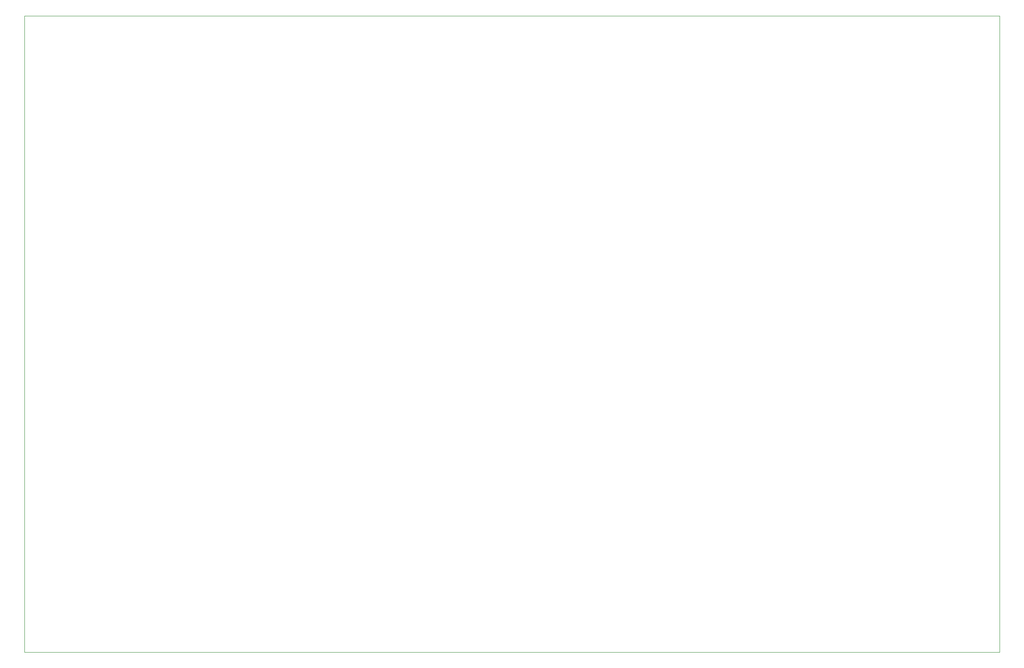
<source format=gm1>
%TF.GenerationSoftware,KiCad,Pcbnew,8.0.5*%
%TF.CreationDate,2025-04-11T15:09:43-05:00*%
%TF.ProjectId,PSEC5_Ctrl_Board,50534543-355f-4437-9472-6c5f426f6172,rev?*%
%TF.SameCoordinates,Original*%
%TF.FileFunction,Profile,NP*%
%FSLAX46Y46*%
G04 Gerber Fmt 4.6, Leading zero omitted, Abs format (unit mm)*
G04 Created by KiCad (PCBNEW 8.0.5) date 2025-04-11 15:09:43*
%MOMM*%
%LPD*%
G01*
G04 APERTURE LIST*
%TA.AperFunction,Profile*%
%ADD10C,0.050000*%
%TD*%
G04 APERTURE END LIST*
D10*
X65241000Y-39766000D02*
X257847000Y-39766000D01*
X257847000Y-165481000D01*
X65241000Y-165481000D01*
X65241000Y-39766000D01*
M02*

</source>
